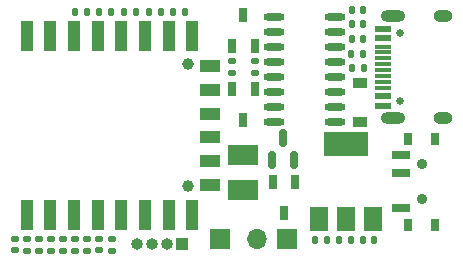
<source format=gbr>
%TF.GenerationSoftware,KiCad,Pcbnew,(6.0.2)*%
%TF.CreationDate,2022-02-27T22:40:51+08:00*%
%TF.ProjectId,PlantCare,506c616e-7443-4617-9265-2e6b69636164,rev?*%
%TF.SameCoordinates,Original*%
%TF.FileFunction,Soldermask,Top*%
%TF.FilePolarity,Negative*%
%FSLAX46Y46*%
G04 Gerber Fmt 4.6, Leading zero omitted, Abs format (unit mm)*
G04 Created by KiCad (PCBNEW (6.0.2)) date 2022-02-27 22:40:51*
%MOMM*%
%LPD*%
G01*
G04 APERTURE LIST*
G04 Aperture macros list*
%AMRoundRect*
0 Rectangle with rounded corners*
0 $1 Rounding radius*
0 $2 $3 $4 $5 $6 $7 $8 $9 X,Y pos of 4 corners*
0 Add a 4 corners polygon primitive as box body*
4,1,4,$2,$3,$4,$5,$6,$7,$8,$9,$2,$3,0*
0 Add four circle primitives for the rounded corners*
1,1,$1+$1,$2,$3*
1,1,$1+$1,$4,$5*
1,1,$1+$1,$6,$7*
1,1,$1+$1,$8,$9*
0 Add four rect primitives between the rounded corners*
20,1,$1+$1,$2,$3,$4,$5,0*
20,1,$1+$1,$4,$5,$6,$7,0*
20,1,$1+$1,$6,$7,$8,$9,0*
20,1,$1+$1,$8,$9,$2,$3,0*%
G04 Aperture macros list end*
%ADD10C,0.900000*%
%ADD11R,0.800000X1.000000*%
%ADD12R,1.500000X0.700000*%
%ADD13RoundRect,0.135000X-0.185000X0.135000X-0.185000X-0.135000X0.185000X-0.135000X0.185000X0.135000X0*%
%ADD14RoundRect,0.135000X0.185000X-0.135000X0.185000X0.135000X-0.185000X0.135000X-0.185000X-0.135000X0*%
%ADD15RoundRect,0.135000X-0.135000X-0.185000X0.135000X-0.185000X0.135000X0.185000X-0.135000X0.185000X0*%
%ADD16RoundRect,0.147500X-0.172500X0.147500X-0.172500X-0.147500X0.172500X-0.147500X0.172500X0.147500X0*%
%ADD17R,1.500000X2.000000*%
%ADD18R,3.800000X2.000000*%
%ADD19RoundRect,0.140000X-0.140000X-0.170000X0.140000X-0.170000X0.140000X0.170000X-0.140000X0.170000X0*%
%ADD20R,1.000000X2.500000*%
%ADD21R,1.800000X1.000000*%
%ADD22R,0.650000X1.220000*%
%ADD23R,1.000000X1.000000*%
%ADD24O,1.000000X1.000000*%
%ADD25RoundRect,0.135000X0.135000X0.185000X-0.135000X0.185000X-0.135000X-0.185000X0.135000X-0.185000X0*%
%ADD26RoundRect,0.140000X0.140000X0.170000X-0.140000X0.170000X-0.140000X-0.170000X0.140000X-0.170000X0*%
%ADD27RoundRect,0.150000X0.150000X-0.587500X0.150000X0.587500X-0.150000X0.587500X-0.150000X-0.587500X0*%
%ADD28R,2.600000X1.800000*%
%ADD29R,1.700000X1.700000*%
%ADD30RoundRect,0.140000X0.170000X-0.140000X0.170000X0.140000X-0.170000X0.140000X-0.170000X-0.140000X0*%
%ADD31C,0.650000*%
%ADD32R,1.450000X0.600000*%
%ADD33R,1.450000X0.300000*%
%ADD34O,1.600000X1.000000*%
%ADD35O,2.100000X1.000000*%
%ADD36O,1.700000X1.700000*%
%ADD37R,1.200000X0.900000*%
%ADD38O,1.800000X0.600000*%
%ADD39C,1.000000*%
G04 APERTURE END LIST*
D10*
%TO.C,SW1*%
X148280000Y-102330000D03*
D11*
X149380000Y-100180000D03*
D10*
X148280000Y-105330000D03*
D11*
X147170000Y-100180000D03*
X147170000Y-107480000D03*
X149380000Y-107480000D03*
D12*
X146520000Y-106080000D03*
X146520000Y-103080000D03*
X146520000Y-101580000D03*
%TD*%
D13*
%TO.C,R6*%
X115872500Y-108650000D03*
X115872500Y-109670000D03*
%TD*%
D14*
%TO.C,R16*%
X117925000Y-109670000D03*
X117925000Y-108650000D03*
%TD*%
D15*
%TO.C,R9*%
X127260000Y-89440000D03*
X128280000Y-89440000D03*
%TD*%
D13*
%TO.C,R8*%
X114846250Y-108650000D03*
X114846250Y-109670000D03*
%TD*%
%TO.C,R4*%
X118951250Y-108650000D03*
X118951250Y-109670000D03*
%TD*%
D16*
%TO.C,D1*%
X121003750Y-108675000D03*
X121003750Y-109645000D03*
%TD*%
D15*
%TO.C,R10*%
X118900000Y-89440000D03*
X119920000Y-89440000D03*
%TD*%
D17*
%TO.C,U1*%
X139590000Y-106980000D03*
X141890000Y-106980000D03*
D18*
X141890000Y-100680000D03*
D17*
X144190000Y-106980000D03*
%TD*%
D19*
%TO.C,C5*%
X142371507Y-89290000D03*
X143331507Y-89290000D03*
%TD*%
D20*
%TO.C,U2*%
X114860000Y-106680000D03*
X116860000Y-106680000D03*
X118860000Y-106680000D03*
X120860000Y-106680000D03*
X122860000Y-106680000D03*
X124860000Y-106680000D03*
X126860000Y-106680000D03*
X128860000Y-106680000D03*
D21*
X130360000Y-104080000D03*
X130360000Y-102080000D03*
X130360000Y-100080000D03*
X130360000Y-98080000D03*
X130360000Y-96080000D03*
X130360000Y-94080000D03*
D20*
X128860000Y-91480000D03*
X126860000Y-91480000D03*
X124860000Y-91480000D03*
X122860000Y-91480000D03*
X120860000Y-91480000D03*
X118860000Y-91480000D03*
X116860000Y-91480000D03*
X114860000Y-91480000D03*
%TD*%
D22*
%TO.C,Q2*%
X134141507Y-95970000D03*
X132241507Y-95970000D03*
X133191507Y-98590000D03*
%TD*%
D23*
%TO.C,J2*%
X128000000Y-109100000D03*
D24*
X126730000Y-109100000D03*
X125460000Y-109100000D03*
X124190000Y-109100000D03*
%TD*%
D15*
%TO.C,R3*%
X125170000Y-89440000D03*
X126190000Y-89440000D03*
%TD*%
D19*
%TO.C,C7*%
X142401507Y-91725000D03*
X143361507Y-91725000D03*
%TD*%
D14*
%TO.C,R14*%
X134141507Y-94660000D03*
X134141507Y-93640000D03*
%TD*%
D15*
%TO.C,R12*%
X142347542Y-94193884D03*
X143367542Y-94193884D03*
%TD*%
D25*
%TO.C,R13*%
X140250000Y-108780000D03*
X139230000Y-108780000D03*
%TD*%
D13*
%TO.C,R5*%
X119977500Y-108650000D03*
X119977500Y-109670000D03*
%TD*%
D15*
%TO.C,R1*%
X123080000Y-89440000D03*
X124100000Y-89440000D03*
%TD*%
D19*
%TO.C,C6*%
X142391507Y-90507500D03*
X143351507Y-90507500D03*
%TD*%
D26*
%TO.C,C2*%
X144290000Y-108790000D03*
X143330000Y-108790000D03*
%TD*%
D19*
%TO.C,C3*%
X141305000Y-108790000D03*
X142265000Y-108790000D03*
%TD*%
D13*
%TO.C,R2*%
X122030000Y-108650000D03*
X122030000Y-109670000D03*
%TD*%
D22*
%TO.C,Q4*%
X137602000Y-103846000D03*
X135702000Y-103846000D03*
X136652000Y-106466000D03*
%TD*%
D27*
%TO.C,Q1*%
X135600000Y-102029500D03*
X137500000Y-102029500D03*
X136550000Y-100154500D03*
%TD*%
D28*
%TO.C,C1*%
X133170000Y-104560000D03*
X133170000Y-101560000D03*
%TD*%
D29*
%TO.C,J5*%
X131230000Y-108690000D03*
%TD*%
D30*
%TO.C,C4*%
X113830000Y-109660000D03*
X113830000Y-108700000D03*
%TD*%
D22*
%TO.C,Q3*%
X132241507Y-92330000D03*
X134141507Y-92330000D03*
X133191507Y-89710000D03*
%TD*%
D25*
%TO.C,R11*%
X143352108Y-92997757D03*
X142332108Y-92997757D03*
%TD*%
D31*
%TO.C,J3*%
X146431507Y-97030000D03*
X146431507Y-91250000D03*
D32*
X144986507Y-97390000D03*
X144986507Y-96590000D03*
D33*
X144986507Y-95390000D03*
X144986507Y-94390000D03*
X144986507Y-93890000D03*
X144986507Y-92890000D03*
D32*
X144986507Y-91690000D03*
X144986507Y-90890000D03*
X144986507Y-90890000D03*
X144986507Y-91690000D03*
D33*
X144986507Y-92390000D03*
X144986507Y-93390000D03*
X144986507Y-94890000D03*
X144986507Y-95890000D03*
D32*
X144986507Y-96590000D03*
X144986507Y-97390000D03*
D34*
X150081507Y-98460000D03*
X150081507Y-89820000D03*
D35*
X145901507Y-89820000D03*
X145901507Y-98460000D03*
%TD*%
D13*
%TO.C,R17*%
X116898750Y-108650000D03*
X116898750Y-109670000D03*
%TD*%
D29*
%TO.C,J4*%
X136855000Y-108660000D03*
D36*
X134315000Y-108660000D03*
%TD*%
D37*
%TO.C,D2*%
X143041507Y-95450000D03*
X143041507Y-98750000D03*
%TD*%
D13*
%TO.C,R15*%
X132241507Y-93640000D03*
X132241507Y-94660000D03*
%TD*%
D38*
%TO.C,U3*%
X135771507Y-89850000D03*
X135771507Y-91120000D03*
X135771507Y-92390000D03*
X135771507Y-93660000D03*
X135771507Y-94930000D03*
X135771507Y-96200000D03*
X135771507Y-97470000D03*
X135771507Y-98740000D03*
X140971507Y-98740000D03*
X140971507Y-97470000D03*
X140971507Y-96200000D03*
X140971507Y-94930000D03*
X140971507Y-93660000D03*
X140971507Y-92390000D03*
X140971507Y-91120000D03*
X140971507Y-89850000D03*
%TD*%
D25*
%TO.C,R7*%
X122010000Y-89440000D03*
X120990000Y-89440000D03*
%TD*%
D39*
%TO.C,J1*%
X128480000Y-93840000D03*
X128480000Y-104240000D03*
%TD*%
M02*

</source>
